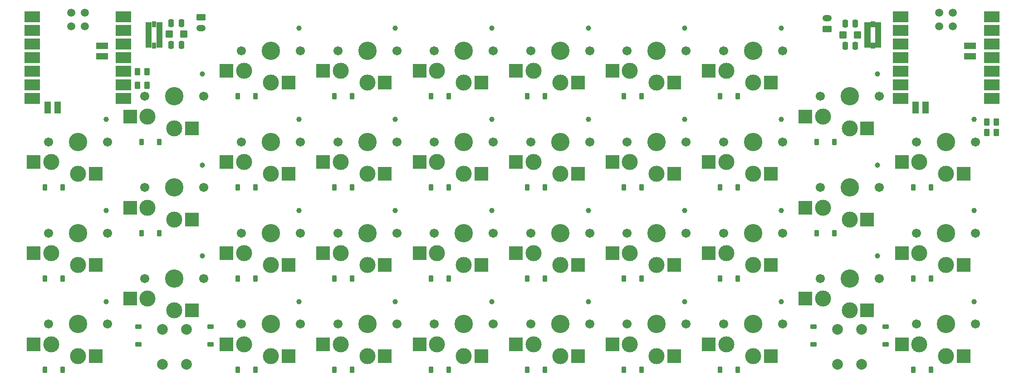
<source format=gbr>
%TF.GenerationSoftware,KiCad,Pcbnew,7.0.2-0*%
%TF.CreationDate,2024-08-06T11:42:49-04:00*%
%TF.ProjectId,PCB,5043422e-6b69-4636-9164-5f7063625858,rev?*%
%TF.SameCoordinates,Original*%
%TF.FileFunction,Soldermask,Bot*%
%TF.FilePolarity,Negative*%
%FSLAX46Y46*%
G04 Gerber Fmt 4.6, Leading zero omitted, Abs format (unit mm)*
G04 Created by KiCad (PCBNEW 7.0.2-0) date 2024-08-06 11:42:49*
%MOMM*%
%LPD*%
G01*
G04 APERTURE LIST*
G04 Aperture macros list*
%AMRoundRect*
0 Rectangle with rounded corners*
0 $1 Rounding radius*
0 $2 $3 $4 $5 $6 $7 $8 $9 X,Y pos of 4 corners*
0 Add a 4 corners polygon primitive as box body*
4,1,4,$2,$3,$4,$5,$6,$7,$8,$9,$2,$3,0*
0 Add four circle primitives for the rounded corners*
1,1,$1+$1,$2,$3*
1,1,$1+$1,$4,$5*
1,1,$1+$1,$6,$7*
1,1,$1+$1,$8,$9*
0 Add four rect primitives between the rounded corners*
20,1,$1+$1,$2,$3,$4,$5,0*
20,1,$1+$1,$4,$5,$6,$7,0*
20,1,$1+$1,$6,$7,$8,$9,0*
20,1,$1+$1,$8,$9,$2,$3,0*%
G04 Aperture macros list end*
%ADD10C,0.010000*%
%ADD11C,1.701800*%
%ADD12C,3.000000*%
%ADD13C,3.429000*%
%ADD14C,0.990600*%
%ADD15R,2.600000X2.600000*%
%ADD16C,2.000000*%
%ADD17RoundRect,0.225000X0.225000X0.375000X-0.225000X0.375000X-0.225000X-0.375000X0.225000X-0.375000X0*%
%ADD18RoundRect,0.250000X0.625000X-0.350000X0.625000X0.350000X-0.625000X0.350000X-0.625000X-0.350000X0*%
%ADD19O,1.750000X1.200000*%
%ADD20RoundRect,0.225000X0.375000X-0.225000X0.375000X0.225000X-0.375000X0.225000X-0.375000X-0.225000X0*%
%ADD21RoundRect,0.250000X-0.450000X-0.425000X0.450000X-0.425000X0.450000X0.425000X-0.450000X0.425000X0*%
%ADD22RoundRect,0.250000X-0.250000X-0.475000X0.250000X-0.475000X0.250000X0.475000X-0.250000X0.475000X0*%
%ADD23RoundRect,0.250000X0.250000X0.475000X-0.250000X0.475000X-0.250000X-0.475000X0.250000X-0.475000X0*%
%ADD24R,3.000000X2.000000*%
%ADD25C,1.500000*%
%ADD26R,1.300000X2.300000*%
%ADD27R,2.300000X1.300000*%
%ADD28RoundRect,0.250000X0.450000X0.425000X-0.450000X0.425000X-0.450000X-0.425000X0.450000X-0.425000X0*%
%ADD29RoundRect,0.250000X-0.262500X-0.450000X0.262500X-0.450000X0.262500X0.450000X-0.262500X0.450000X0*%
%ADD30RoundRect,0.250000X0.262500X0.450000X-0.262500X0.450000X-0.262500X-0.450000X0.262500X-0.450000X0*%
%ADD31RoundRect,0.250000X-0.625000X0.350000X-0.625000X-0.350000X0.625000X-0.350000X0.625000X0.350000X0*%
G04 APERTURE END LIST*
%TO.C,U1*%
D10*
X49665000Y-29343000D02*
X48645000Y-29343000D01*
X48645000Y-28633000D01*
X49665000Y-28633000D01*
X49665000Y-29343000D01*
G36*
X49665000Y-29343000D02*
G01*
X48645000Y-29343000D01*
X48645000Y-28633000D01*
X49665000Y-28633000D01*
X49665000Y-29343000D01*
G37*
X49665000Y-30143000D02*
X48645000Y-30143000D01*
X48645000Y-29433000D01*
X49665000Y-29433000D01*
X49665000Y-30143000D01*
G36*
X49665000Y-30143000D02*
G01*
X48645000Y-30143000D01*
X48645000Y-29433000D01*
X49665000Y-29433000D01*
X49665000Y-30143000D01*
G37*
X49665000Y-30943000D02*
X48645000Y-30943000D01*
X48645000Y-30233000D01*
X49665000Y-30233000D01*
X49665000Y-30943000D01*
G36*
X49665000Y-30943000D02*
G01*
X48645000Y-30943000D01*
X48645000Y-30233000D01*
X49665000Y-30233000D01*
X49665000Y-30943000D01*
G37*
X49665000Y-31743000D02*
X48645000Y-31743000D01*
X48645000Y-31033000D01*
X49665000Y-31033000D01*
X49665000Y-31743000D01*
G36*
X49665000Y-31743000D02*
G01*
X48645000Y-31743000D01*
X48645000Y-31033000D01*
X49665000Y-31033000D01*
X49665000Y-31743000D01*
G37*
X49665000Y-32543000D02*
X48645000Y-32543000D01*
X48645000Y-31833000D01*
X49665000Y-31833000D01*
X49665000Y-32543000D01*
G36*
X49665000Y-32543000D02*
G01*
X48645000Y-32543000D01*
X48645000Y-31833000D01*
X49665000Y-31833000D01*
X49665000Y-32543000D01*
G37*
X49665000Y-33343000D02*
X48645000Y-33343000D01*
X48645000Y-32633000D01*
X49665000Y-32633000D01*
X49665000Y-33343000D01*
G36*
X49665000Y-33343000D02*
G01*
X48645000Y-33343000D01*
X48645000Y-32633000D01*
X49665000Y-32633000D01*
X49665000Y-33343000D01*
G37*
X50520000Y-29488000D02*
X49810000Y-29488000D01*
X49810000Y-28468000D01*
X50520000Y-28468000D01*
X50520000Y-29488000D01*
G36*
X50520000Y-29488000D02*
G01*
X49810000Y-29488000D01*
X49810000Y-28468000D01*
X50520000Y-28468000D01*
X50520000Y-29488000D01*
G37*
X50520000Y-33508000D02*
X49810000Y-33508000D01*
X49810000Y-32488000D01*
X50520000Y-32488000D01*
X50520000Y-33508000D01*
G36*
X50520000Y-33508000D02*
G01*
X49810000Y-33508000D01*
X49810000Y-32488000D01*
X50520000Y-32488000D01*
X50520000Y-33508000D01*
G37*
X51685000Y-29343000D02*
X50665000Y-29343000D01*
X50665000Y-28633000D01*
X51685000Y-28633000D01*
X51685000Y-29343000D01*
G36*
X51685000Y-29343000D02*
G01*
X50665000Y-29343000D01*
X50665000Y-28633000D01*
X51685000Y-28633000D01*
X51685000Y-29343000D01*
G37*
X51685000Y-30143000D02*
X50665000Y-30143000D01*
X50665000Y-29433000D01*
X51685000Y-29433000D01*
X51685000Y-30143000D01*
G36*
X51685000Y-30143000D02*
G01*
X50665000Y-30143000D01*
X50665000Y-29433000D01*
X51685000Y-29433000D01*
X51685000Y-30143000D01*
G37*
X51685000Y-30943000D02*
X50665000Y-30943000D01*
X50665000Y-30233000D01*
X51685000Y-30233000D01*
X51685000Y-30943000D01*
G36*
X51685000Y-30943000D02*
G01*
X50665000Y-30943000D01*
X50665000Y-30233000D01*
X51685000Y-30233000D01*
X51685000Y-30943000D01*
G37*
X51685000Y-31743000D02*
X50665000Y-31743000D01*
X50665000Y-31033000D01*
X51685000Y-31033000D01*
X51685000Y-31743000D01*
G36*
X51685000Y-31743000D02*
G01*
X50665000Y-31743000D01*
X50665000Y-31033000D01*
X51685000Y-31033000D01*
X51685000Y-31743000D01*
G37*
X51685000Y-32543000D02*
X50665000Y-32543000D01*
X50665000Y-31833000D01*
X51685000Y-31833000D01*
X51685000Y-32543000D01*
G36*
X51685000Y-32543000D02*
G01*
X50665000Y-32543000D01*
X50665000Y-31833000D01*
X51685000Y-31833000D01*
X51685000Y-32543000D01*
G37*
X51685000Y-33343000D02*
X50665000Y-33343000D01*
X50665000Y-32633000D01*
X51685000Y-32633000D01*
X51685000Y-33343000D01*
G36*
X51685000Y-33343000D02*
G01*
X50665000Y-33343000D01*
X50665000Y-32633000D01*
X51685000Y-32633000D01*
X51685000Y-33343000D01*
G37*
%TO.C,U3*%
X185820000Y-33343000D02*
X184800000Y-33343000D01*
X184800000Y-32633000D01*
X185820000Y-32633000D01*
X185820000Y-33343000D01*
G36*
X185820000Y-33343000D02*
G01*
X184800000Y-33343000D01*
X184800000Y-32633000D01*
X185820000Y-32633000D01*
X185820000Y-33343000D01*
G37*
X185820000Y-32543000D02*
X184800000Y-32543000D01*
X184800000Y-31833000D01*
X185820000Y-31833000D01*
X185820000Y-32543000D01*
G36*
X185820000Y-32543000D02*
G01*
X184800000Y-32543000D01*
X184800000Y-31833000D01*
X185820000Y-31833000D01*
X185820000Y-32543000D01*
G37*
X185820000Y-31743000D02*
X184800000Y-31743000D01*
X184800000Y-31033000D01*
X185820000Y-31033000D01*
X185820000Y-31743000D01*
G36*
X185820000Y-31743000D02*
G01*
X184800000Y-31743000D01*
X184800000Y-31033000D01*
X185820000Y-31033000D01*
X185820000Y-31743000D01*
G37*
X185820000Y-30943000D02*
X184800000Y-30943000D01*
X184800000Y-30233000D01*
X185820000Y-30233000D01*
X185820000Y-30943000D01*
G36*
X185820000Y-30943000D02*
G01*
X184800000Y-30943000D01*
X184800000Y-30233000D01*
X185820000Y-30233000D01*
X185820000Y-30943000D01*
G37*
X185820000Y-30143000D02*
X184800000Y-30143000D01*
X184800000Y-29433000D01*
X185820000Y-29433000D01*
X185820000Y-30143000D01*
G36*
X185820000Y-30143000D02*
G01*
X184800000Y-30143000D01*
X184800000Y-29433000D01*
X185820000Y-29433000D01*
X185820000Y-30143000D01*
G37*
X185820000Y-29343000D02*
X184800000Y-29343000D01*
X184800000Y-28633000D01*
X185820000Y-28633000D01*
X185820000Y-29343000D01*
G36*
X185820000Y-29343000D02*
G01*
X184800000Y-29343000D01*
X184800000Y-28633000D01*
X185820000Y-28633000D01*
X185820000Y-29343000D01*
G37*
X184655000Y-33508000D02*
X183945000Y-33508000D01*
X183945000Y-32488000D01*
X184655000Y-32488000D01*
X184655000Y-33508000D01*
G36*
X184655000Y-33508000D02*
G01*
X183945000Y-33508000D01*
X183945000Y-32488000D01*
X184655000Y-32488000D01*
X184655000Y-33508000D01*
G37*
X184655000Y-29488000D02*
X183945000Y-29488000D01*
X183945000Y-28468000D01*
X184655000Y-28468000D01*
X184655000Y-29488000D01*
G36*
X184655000Y-29488000D02*
G01*
X183945000Y-29488000D01*
X183945000Y-28468000D01*
X184655000Y-28468000D01*
X184655000Y-29488000D01*
G37*
X183800000Y-33343000D02*
X182780000Y-33343000D01*
X182780000Y-32633000D01*
X183800000Y-32633000D01*
X183800000Y-33343000D01*
G36*
X183800000Y-33343000D02*
G01*
X182780000Y-33343000D01*
X182780000Y-32633000D01*
X183800000Y-32633000D01*
X183800000Y-33343000D01*
G37*
X183800000Y-32543000D02*
X182780000Y-32543000D01*
X182780000Y-31833000D01*
X183800000Y-31833000D01*
X183800000Y-32543000D01*
G36*
X183800000Y-32543000D02*
G01*
X182780000Y-32543000D01*
X182780000Y-31833000D01*
X183800000Y-31833000D01*
X183800000Y-32543000D01*
G37*
X183800000Y-31743000D02*
X182780000Y-31743000D01*
X182780000Y-31033000D01*
X183800000Y-31033000D01*
X183800000Y-31743000D01*
G36*
X183800000Y-31743000D02*
G01*
X182780000Y-31743000D01*
X182780000Y-31033000D01*
X183800000Y-31033000D01*
X183800000Y-31743000D01*
G37*
X183800000Y-30943000D02*
X182780000Y-30943000D01*
X182780000Y-30233000D01*
X183800000Y-30233000D01*
X183800000Y-30943000D01*
G36*
X183800000Y-30943000D02*
G01*
X182780000Y-30943000D01*
X182780000Y-30233000D01*
X183800000Y-30233000D01*
X183800000Y-30943000D01*
G37*
X183800000Y-30143000D02*
X182780000Y-30143000D01*
X182780000Y-29433000D01*
X183800000Y-29433000D01*
X183800000Y-30143000D01*
G36*
X183800000Y-30143000D02*
G01*
X182780000Y-30143000D01*
X182780000Y-29433000D01*
X183800000Y-29433000D01*
X183800000Y-30143000D01*
G37*
X183800000Y-29343000D02*
X182780000Y-29343000D01*
X182780000Y-28633000D01*
X183800000Y-28633000D01*
X183800000Y-29343000D01*
G36*
X183800000Y-29343000D02*
G01*
X182780000Y-29343000D01*
X182780000Y-28633000D01*
X183800000Y-28633000D01*
X183800000Y-29343000D01*
G37*
%TD*%
D11*
%TO.C,MX12*%
X48500000Y-76500000D03*
D12*
X49000000Y-80250000D03*
D13*
X54000000Y-76500000D03*
D12*
X54000000Y-82450000D03*
D14*
X59220000Y-72300000D03*
D11*
X59500000Y-76500000D03*
D15*
X57275000Y-82450000D03*
X45725000Y-80250000D03*
%TD*%
D11*
%TO.C,MX6*%
X30500000Y-68000000D03*
D12*
X31000000Y-71750000D03*
D13*
X36000000Y-68000000D03*
D12*
X36000000Y-73950000D03*
D14*
X41220000Y-63800000D03*
D11*
X41500000Y-68000000D03*
D15*
X39275000Y-73950000D03*
X27725000Y-71750000D03*
%TD*%
D11*
%TO.C,MX15*%
X102500000Y-68000000D03*
D12*
X103000000Y-71750000D03*
D13*
X108000000Y-68000000D03*
D12*
X108000000Y-73950000D03*
D14*
X113220000Y-63800000D03*
D11*
X113500000Y-68000000D03*
D15*
X111275000Y-73950000D03*
X99725000Y-71750000D03*
%TD*%
D11*
%TO.C,MX31*%
X174500000Y-76500000D03*
D12*
X175000000Y-80250000D03*
D13*
X180000000Y-76500000D03*
D12*
X180000000Y-82450000D03*
D14*
X185220000Y-72300000D03*
D11*
X185500000Y-76500000D03*
D15*
X183275000Y-82450000D03*
X171725000Y-80250000D03*
%TD*%
D11*
%TO.C,MX27*%
X156500000Y-51000000D03*
D12*
X157000000Y-54750000D03*
D13*
X162000000Y-51000000D03*
D12*
X162000000Y-56950000D03*
D14*
X167220000Y-46800000D03*
D11*
X167500000Y-51000000D03*
D15*
X165275000Y-56950000D03*
X153725000Y-54750000D03*
%TD*%
D11*
%TO.C,MX5*%
X102500000Y-34000000D03*
D12*
X103000000Y-37750000D03*
D13*
X108000000Y-34000000D03*
D12*
X108000000Y-39950000D03*
D14*
X113220000Y-29800000D03*
D11*
X113500000Y-34000000D03*
D15*
X111275000Y-39950000D03*
X99725000Y-37750000D03*
%TD*%
D11*
%TO.C,MX11*%
X30500000Y-85000000D03*
D12*
X31000000Y-88750000D03*
D13*
X36000000Y-85000000D03*
D12*
X36000000Y-90950000D03*
D14*
X41220000Y-80800000D03*
D11*
X41500000Y-85000000D03*
D15*
X39275000Y-90950000D03*
X27725000Y-88750000D03*
%TD*%
D16*
%TO.C,MX19*%
X51750000Y-92500000D03*
X51750000Y-86000000D03*
X56250000Y-92500000D03*
X56250000Y-86000000D03*
%TD*%
D11*
%TO.C,MX29*%
X120500000Y-51000000D03*
D12*
X121000000Y-54750000D03*
D13*
X126000000Y-51000000D03*
D12*
X126000000Y-56950000D03*
D14*
X131220000Y-46800000D03*
D11*
X131500000Y-51000000D03*
D15*
X129275000Y-56950000D03*
X117725000Y-54750000D03*
%TD*%
D11*
%TO.C,MX16*%
X66500000Y-85000000D03*
D12*
X67000000Y-88750000D03*
D13*
X72000000Y-85000000D03*
D12*
X72000000Y-90950000D03*
D14*
X77220000Y-80800000D03*
D11*
X77500000Y-85000000D03*
D15*
X75275000Y-90950000D03*
X63725000Y-88750000D03*
%TD*%
D16*
%TO.C,MX38*%
X182250000Y-86000000D03*
X182250000Y-92500000D03*
X177750000Y-86000000D03*
X177750000Y-92500000D03*
%TD*%
D11*
%TO.C,MX2*%
X48500000Y-42500000D03*
D12*
X49000000Y-46250000D03*
D13*
X54000000Y-42500000D03*
D12*
X54000000Y-48450000D03*
D14*
X59220000Y-38300000D03*
D11*
X59500000Y-42500000D03*
D15*
X57275000Y-48450000D03*
X45725000Y-46250000D03*
%TD*%
D11*
%TO.C,MX10*%
X102500000Y-51000000D03*
D12*
X103000000Y-54750000D03*
D13*
X108000000Y-51000000D03*
D12*
X108000000Y-56950000D03*
D14*
X113220000Y-46800000D03*
D11*
X113500000Y-51000000D03*
D15*
X111275000Y-56950000D03*
X99725000Y-54750000D03*
%TD*%
D11*
%TO.C,MX30*%
X192500000Y-85000000D03*
D12*
X193000000Y-88750000D03*
D13*
X198000000Y-85000000D03*
D12*
X198000000Y-90950000D03*
D14*
X203220000Y-80800000D03*
D11*
X203500000Y-85000000D03*
D15*
X201275000Y-90950000D03*
X189725000Y-88750000D03*
%TD*%
D11*
%TO.C,MX34*%
X120500000Y-68000000D03*
D12*
X121000000Y-71750000D03*
D13*
X126000000Y-68000000D03*
D12*
X126000000Y-73950000D03*
D14*
X131220000Y-63800000D03*
D11*
X131500000Y-68000000D03*
D15*
X129275000Y-73950000D03*
X117725000Y-71750000D03*
%TD*%
D11*
%TO.C,MX3*%
X66500000Y-34000000D03*
D12*
X67000000Y-37750000D03*
D13*
X72000000Y-34000000D03*
D12*
X72000000Y-39950000D03*
D14*
X77220000Y-29800000D03*
D11*
X77500000Y-34000000D03*
D15*
X75275000Y-39950000D03*
X63725000Y-37750000D03*
%TD*%
D11*
%TO.C,MX21*%
X174500000Y-42500000D03*
D12*
X175000000Y-46250000D03*
D13*
X180000000Y-42500000D03*
D12*
X180000000Y-48450000D03*
D14*
X185220000Y-38300000D03*
D11*
X185500000Y-42500000D03*
D15*
X183275000Y-48450000D03*
X171725000Y-46250000D03*
%TD*%
D11*
%TO.C,MX20*%
X192500000Y-51000000D03*
D12*
X193000000Y-54750000D03*
D13*
X198000000Y-51000000D03*
D12*
X198000000Y-56950000D03*
D14*
X203220000Y-46800000D03*
D11*
X203500000Y-51000000D03*
D15*
X201275000Y-56950000D03*
X189725000Y-54750000D03*
%TD*%
D11*
%TO.C,MX7*%
X48500000Y-59500000D03*
D12*
X49000000Y-63250000D03*
D13*
X54000000Y-59500000D03*
D12*
X54000000Y-65450000D03*
D14*
X59220000Y-55300000D03*
D11*
X59500000Y-59500000D03*
D15*
X57275000Y-65450000D03*
X45725000Y-63250000D03*
%TD*%
D11*
%TO.C,MX32*%
X156500000Y-68000000D03*
D12*
X157000000Y-71750000D03*
D13*
X162000000Y-68000000D03*
D12*
X162000000Y-73950000D03*
D14*
X167220000Y-63800000D03*
D11*
X167500000Y-68000000D03*
D15*
X165275000Y-73950000D03*
X153725000Y-71750000D03*
%TD*%
D11*
%TO.C,MX13*%
X66500000Y-68000000D03*
D12*
X67000000Y-71750000D03*
D13*
X72000000Y-68000000D03*
D12*
X72000000Y-73950000D03*
D14*
X77220000Y-63800000D03*
D11*
X77500000Y-68000000D03*
D15*
X75275000Y-73950000D03*
X63725000Y-71750000D03*
%TD*%
D11*
%TO.C,MX35*%
X156500000Y-85000000D03*
D12*
X157000000Y-88750000D03*
D13*
X162000000Y-85000000D03*
D12*
X162000000Y-90950000D03*
D14*
X167220000Y-80800000D03*
D11*
X167500000Y-85000000D03*
D15*
X165275000Y-90950000D03*
X153725000Y-88750000D03*
%TD*%
D11*
%TO.C,MX33*%
X138500000Y-68000000D03*
D12*
X139000000Y-71750000D03*
D13*
X144000000Y-68000000D03*
D12*
X144000000Y-73950000D03*
D14*
X149220000Y-63800000D03*
D11*
X149500000Y-68000000D03*
D15*
X147275000Y-73950000D03*
X135725000Y-71750000D03*
%TD*%
D11*
%TO.C,MX25*%
X192500000Y-68000000D03*
D12*
X193000000Y-71750000D03*
D13*
X198000000Y-68000000D03*
D12*
X198000000Y-73950000D03*
D14*
X203220000Y-63800000D03*
D11*
X203500000Y-68000000D03*
D15*
X201275000Y-73950000D03*
X189725000Y-71750000D03*
%TD*%
D11*
%TO.C,MX14*%
X84500000Y-68000000D03*
D12*
X85000000Y-71750000D03*
D13*
X90000000Y-68000000D03*
D12*
X90000000Y-73950000D03*
D14*
X95220000Y-63800000D03*
D11*
X95500000Y-68000000D03*
D15*
X93275000Y-73950000D03*
X81725000Y-71750000D03*
%TD*%
D11*
%TO.C,MX1*%
X30500000Y-51000000D03*
D12*
X31000000Y-54750000D03*
D13*
X36000000Y-51000000D03*
D12*
X36000000Y-56950000D03*
D14*
X41220000Y-46800000D03*
D11*
X41500000Y-51000000D03*
D15*
X39275000Y-56950000D03*
X27725000Y-54750000D03*
%TD*%
D11*
%TO.C,MX8*%
X66500000Y-51000000D03*
D12*
X67000000Y-54750000D03*
D13*
X72000000Y-51000000D03*
D12*
X72000000Y-56950000D03*
D14*
X77220000Y-46800000D03*
D11*
X77500000Y-51000000D03*
D15*
X75275000Y-56950000D03*
X63725000Y-54750000D03*
%TD*%
D11*
%TO.C,MX37*%
X120500000Y-85000000D03*
D12*
X121000000Y-88750000D03*
D13*
X126000000Y-85000000D03*
D12*
X126000000Y-90950000D03*
D14*
X131220000Y-80800000D03*
D11*
X131500000Y-85000000D03*
D15*
X129275000Y-90950000D03*
X117725000Y-88750000D03*
%TD*%
D11*
%TO.C,MX28*%
X138500000Y-51000000D03*
D12*
X139000000Y-54750000D03*
D13*
X144000000Y-51000000D03*
D12*
X144000000Y-56950000D03*
D14*
X149220000Y-46800000D03*
D11*
X149500000Y-51000000D03*
D15*
X147275000Y-56950000D03*
X135725000Y-54750000D03*
%TD*%
D11*
%TO.C,MX9*%
X84500000Y-51000000D03*
D12*
X85000000Y-54750000D03*
D13*
X90000000Y-51000000D03*
D12*
X90000000Y-56950000D03*
D14*
X95220000Y-46800000D03*
D11*
X95500000Y-51000000D03*
D15*
X93275000Y-56950000D03*
X81725000Y-54750000D03*
%TD*%
D11*
%TO.C,MX23*%
X138500000Y-34000000D03*
D12*
X139000000Y-37750000D03*
D13*
X144000000Y-34000000D03*
D12*
X144000000Y-39950000D03*
D14*
X149220000Y-29800000D03*
D11*
X149500000Y-34000000D03*
D15*
X147275000Y-39950000D03*
X135725000Y-37750000D03*
%TD*%
D11*
%TO.C,MX36*%
X138500000Y-85000000D03*
D12*
X139000000Y-88750000D03*
D13*
X144000000Y-85000000D03*
D12*
X144000000Y-90950000D03*
D14*
X149220000Y-80800000D03*
D11*
X149500000Y-85000000D03*
D15*
X147275000Y-90950000D03*
X135725000Y-88750000D03*
%TD*%
D11*
%TO.C,MX17*%
X84500000Y-85000000D03*
D12*
X85000000Y-88750000D03*
D13*
X90000000Y-85000000D03*
D12*
X90000000Y-90950000D03*
D14*
X95220000Y-80800000D03*
D11*
X95500000Y-85000000D03*
D15*
X93275000Y-90950000D03*
X81725000Y-88750000D03*
%TD*%
D11*
%TO.C,MX18*%
X102500000Y-85000000D03*
D12*
X103000000Y-88750000D03*
D13*
X108000000Y-85000000D03*
D12*
X108000000Y-90950000D03*
D14*
X113220000Y-80800000D03*
D11*
X113500000Y-85000000D03*
D15*
X111275000Y-90950000D03*
X99725000Y-88750000D03*
%TD*%
D11*
%TO.C,MX4*%
X84500000Y-34000000D03*
D12*
X85000000Y-37750000D03*
D13*
X90000000Y-34000000D03*
D12*
X90000000Y-39950000D03*
D14*
X95220000Y-29800000D03*
D11*
X95500000Y-34000000D03*
D15*
X93275000Y-39950000D03*
X81725000Y-37750000D03*
%TD*%
D11*
%TO.C,MX24*%
X120500000Y-34000000D03*
D12*
X121000000Y-37750000D03*
D13*
X126000000Y-34000000D03*
D12*
X126000000Y-39950000D03*
D14*
X131220000Y-29800000D03*
D11*
X131500000Y-34000000D03*
D15*
X129275000Y-39950000D03*
X117725000Y-37750000D03*
%TD*%
D11*
%TO.C,MX22*%
X156500000Y-34000000D03*
D12*
X157000000Y-37750000D03*
D13*
X162000000Y-34000000D03*
D12*
X162000000Y-39950000D03*
D14*
X167220000Y-29800000D03*
D11*
X167500000Y-34000000D03*
D15*
X165275000Y-39950000D03*
X153725000Y-37750000D03*
%TD*%
D11*
%TO.C,MX26*%
X174500000Y-59500000D03*
D12*
X175000000Y-63250000D03*
D13*
X180000000Y-59500000D03*
D12*
X180000000Y-65450000D03*
D14*
X185220000Y-55300000D03*
D11*
X185500000Y-59500000D03*
D15*
X183275000Y-65450000D03*
X171725000Y-63250000D03*
%TD*%
D17*
%TO.C,D36*%
X137850000Y-93500000D03*
X141150000Y-93500000D03*
%TD*%
%TO.C,D8*%
X69150000Y-59500000D03*
X65850000Y-59500000D03*
%TD*%
%TO.C,D25*%
X195150000Y-76500000D03*
X191850000Y-76500000D03*
%TD*%
D18*
%TO.C,J2*%
X175800000Y-29900000D03*
D19*
X175800000Y-27900000D03*
%TD*%
D17*
%TO.C,D27*%
X159150000Y-59500000D03*
X155850000Y-59500000D03*
%TD*%
D20*
%TO.C,D12*%
X47250000Y-88775000D03*
X47250000Y-85475000D03*
%TD*%
D17*
%TO.C,D1*%
X33150000Y-59500000D03*
X29850000Y-59500000D03*
%TD*%
D21*
%TO.C,C6*%
X178800000Y-31050000D03*
X181500000Y-31050000D03*
%TD*%
D17*
%TO.C,D6*%
X29850000Y-76500000D03*
X33150000Y-76500000D03*
%TD*%
%TO.C,D9*%
X87150000Y-59500000D03*
X83850000Y-59500000D03*
%TD*%
%TO.C,D24*%
X123150000Y-42500000D03*
X119850000Y-42500000D03*
%TD*%
D20*
%TO.C,D38*%
X173250000Y-88775000D03*
X173250000Y-85475000D03*
%TD*%
D17*
%TO.C,D35*%
X155850000Y-93500000D03*
X159150000Y-93500000D03*
%TD*%
%TO.C,D20*%
X195150000Y-59500000D03*
X191850000Y-59500000D03*
%TD*%
D22*
%TO.C,C5*%
X179150000Y-28950000D03*
X181050000Y-28950000D03*
%TD*%
D17*
%TO.C,D28*%
X141150000Y-59500000D03*
X137850000Y-59500000D03*
%TD*%
D20*
%TO.C,D19*%
X60750000Y-88775000D03*
X60750000Y-85475000D03*
%TD*%
D17*
%TO.C,D13*%
X69150000Y-76500000D03*
X65850000Y-76500000D03*
%TD*%
%TO.C,D23*%
X141150000Y-42500000D03*
X137850000Y-42500000D03*
%TD*%
D23*
%TO.C,C2*%
X55306000Y-28829000D03*
X53406000Y-28829000D03*
%TD*%
D17*
%TO.C,D3*%
X69150000Y-42500000D03*
X65850000Y-42500000D03*
%TD*%
D24*
%TO.C,U2*%
X44500000Y-27675000D03*
X44500000Y-30215000D03*
X44500000Y-32755000D03*
X44500000Y-35295000D03*
X44500000Y-37835000D03*
X44500000Y-40375000D03*
X44500000Y-42915000D03*
X27500000Y-42915000D03*
X27500000Y-40375000D03*
X27500000Y-37835000D03*
X27500000Y-35295000D03*
X27500000Y-32755000D03*
X27500000Y-30215000D03*
X27500000Y-27675000D03*
D25*
X37270000Y-26905000D03*
X34730000Y-26905000D03*
X37270000Y-29445000D03*
X34730000Y-29445000D03*
D26*
X32200000Y-44545000D03*
X30300000Y-44545000D03*
D27*
X40500000Y-33095000D03*
X40500000Y-34995000D03*
%TD*%
D17*
%TO.C,D17*%
X83850000Y-93500000D03*
X87150000Y-93500000D03*
%TD*%
D28*
%TO.C,C3*%
X55706000Y-30861000D03*
X53006000Y-30861000D03*
%TD*%
D17*
%TO.C,D15*%
X105150000Y-76500000D03*
X101850000Y-76500000D03*
%TD*%
D29*
%TO.C,R3*%
X205587500Y-49250000D03*
X207412500Y-49250000D03*
%TD*%
D30*
%TO.C,R2*%
X48918500Y-37846000D03*
X47093500Y-37846000D03*
%TD*%
D17*
%TO.C,D34*%
X123150000Y-76500000D03*
X119850000Y-76500000D03*
%TD*%
D24*
%TO.C,U4*%
X206500000Y-27675000D03*
X206500000Y-30215000D03*
X206500000Y-32755000D03*
X206500000Y-35295000D03*
X206500000Y-37835000D03*
X206500000Y-40375000D03*
X206500000Y-42915000D03*
X189500000Y-42915000D03*
X189500000Y-40375000D03*
X189500000Y-37835000D03*
X189500000Y-35295000D03*
X189500000Y-32755000D03*
X189500000Y-30215000D03*
X189500000Y-27675000D03*
D25*
X199270000Y-26905000D03*
X196730000Y-26905000D03*
X199270000Y-29445000D03*
X196730000Y-29445000D03*
D26*
X194200000Y-44545000D03*
X192300000Y-44545000D03*
D27*
X202500000Y-33095000D03*
X202500000Y-34995000D03*
%TD*%
D17*
%TO.C,D32*%
X159150000Y-76500000D03*
X155850000Y-76500000D03*
%TD*%
%TO.C,D18*%
X101850000Y-93500000D03*
X105150000Y-93500000D03*
%TD*%
%TO.C,D4*%
X87150000Y-42500000D03*
X83850000Y-42500000D03*
%TD*%
%TO.C,D21*%
X177150000Y-51000000D03*
X173850000Y-51000000D03*
%TD*%
%TO.C,D29*%
X123150000Y-59500000D03*
X119850000Y-59500000D03*
%TD*%
%TO.C,D16*%
X65850000Y-93500000D03*
X69150000Y-93500000D03*
%TD*%
%TO.C,D33*%
X141150000Y-76500000D03*
X137850000Y-76500000D03*
%TD*%
%TO.C,D30*%
X191850000Y-93500000D03*
X195150000Y-93500000D03*
%TD*%
%TO.C,D7*%
X51150000Y-68000000D03*
X47850000Y-68000000D03*
%TD*%
D30*
%TO.C,R1*%
X48918500Y-40386000D03*
X47093500Y-40386000D03*
%TD*%
D17*
%TO.C,D37*%
X119850000Y-93500000D03*
X123150000Y-93500000D03*
%TD*%
%TO.C,D11*%
X29850000Y-93500000D03*
X33150000Y-93500000D03*
%TD*%
D22*
%TO.C,C4*%
X179150000Y-33100000D03*
X181050000Y-33100000D03*
%TD*%
D17*
%TO.C,D2*%
X51150000Y-51000000D03*
X47850000Y-51000000D03*
%TD*%
D29*
%TO.C,R4*%
X205587500Y-47300000D03*
X207412500Y-47300000D03*
%TD*%
D17*
%TO.C,D26*%
X173850000Y-68000000D03*
X177150000Y-68000000D03*
%TD*%
D31*
%TO.C,J1*%
X58950000Y-27750000D03*
D19*
X58950000Y-29750000D03*
%TD*%
D17*
%TO.C,D22*%
X159150000Y-42500000D03*
X155850000Y-42500000D03*
%TD*%
%TO.C,D5*%
X105150000Y-42500000D03*
X101850000Y-42500000D03*
%TD*%
%TO.C,D10*%
X105150000Y-59500000D03*
X101850000Y-59500000D03*
%TD*%
%TO.C,D14*%
X87150000Y-76500000D03*
X83850000Y-76500000D03*
%TD*%
D20*
%TO.C,D31*%
X186750000Y-88775000D03*
X186750000Y-85475000D03*
%TD*%
D23*
%TO.C,C1*%
X55306000Y-32893000D03*
X53406000Y-32893000D03*
%TD*%
M02*

</source>
